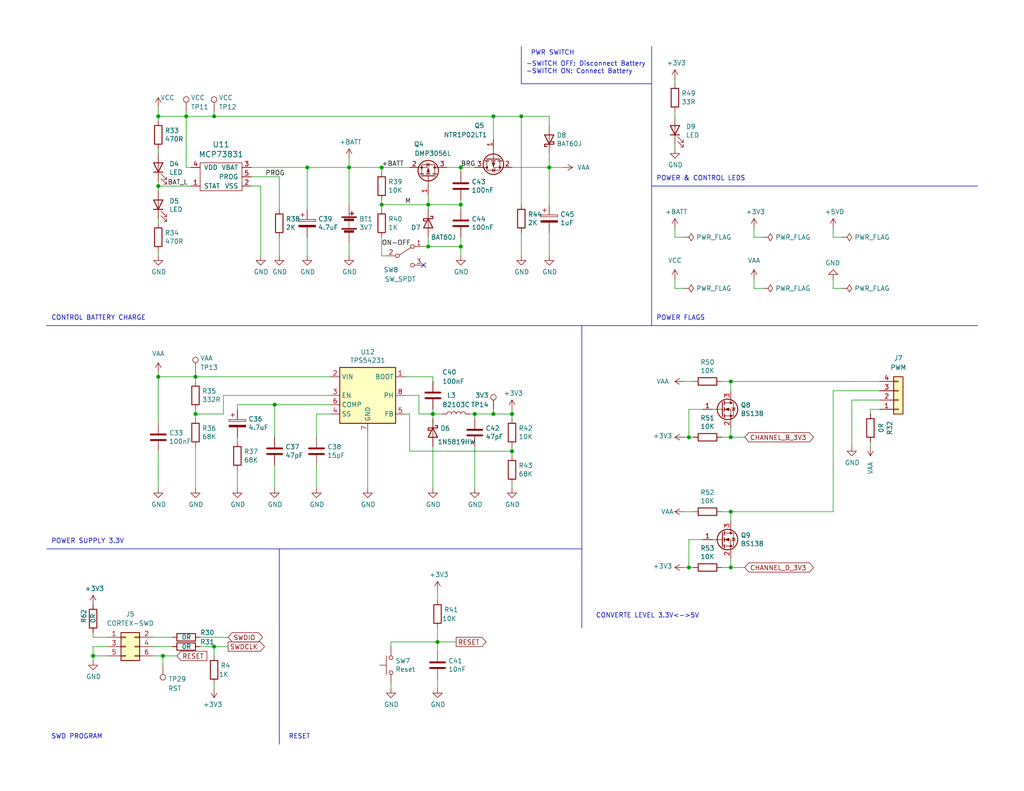
<source format=kicad_sch>
(kicad_sch (version 20231120) (generator "eeschema") (generator_version "8.0")
  (paper "USLetter")
  (title_block (title "Game//Cat") (date "2022-05-29") (rev "R4"))
  (lib_symbols
    (symbol "Connector:TestPoint" (pin_numbers hide) (pin_names (offset 0.762) hide)
      (property "Reference" "TP" (at 0 6.858 0))
      (property "Value" "TestPoint" (at 0 5.08 0))
      (symbol "TestPoint_0_1"
        (circle (center 0 3.302) (radius 0.762))
      )
      (symbol "TestPoint_1_1"
        (pin passive line (at 0 0 90) (length 2.54) (name "1") (number "1"))
      )
    )
    (symbol "Connector_Generic:Conn_01x04" (pin_names (offset 1.016) hide)
      (property "Reference" "J" (at 0 5.08 0))
      (property "Value" "Conn_01x04" (at 0 -7.62 0))
      (symbol "Conn_01x04_1_1"
        (rectangle (start -1.27 -4.953) (end 0 -5.207) (stroke (width 0.1524)))
        (rectangle (start -1.27 -2.413) (end 0 -2.667) (stroke (width 0.1524)))
        (rectangle (start -1.27 0.127) (end 0 -0.127) (stroke (width 0.1524)))
        (rectangle (start -1.27 2.667) (end 0 2.413) (stroke (width 0.1524)))
        (rectangle (start -1.27 3.81) (end 1.27 -6.35) (stroke (width 0.254)) (fill (type background)))
        (pin passive line (at -5.08 2.54 0) (length 3.81) (name "Pin_1") (number "1"))
        (pin passive line (at -5.08 0 0) (length 3.81) (name "Pin_2") (number "2"))
        (pin passive line (at -5.08 -2.54 0) (length 3.81) (name "Pin_3") (number "3"))
        (pin passive line (at -5.08 -5.08 0) (length 3.81) (name "Pin_4") (number "4"))
      )
    )
    (symbol "Connector_Generic:Conn_02x03_Odd_Even" (pin_names (offset 1.016) hide)
      (property "Reference" "J" (at 1.27 5.08 0))
      (property "Value" "Conn_02x03_Odd_Even" (at 1.27 -5.08 0))
      (symbol "Conn_02x03_Odd_Even_1_1"
        (rectangle (start -1.27 -2.413) (end 0 -2.667) (stroke (width 0.1524)))
        (rectangle (start -1.27 0.127) (end 0 -0.127) (stroke (width 0.1524)))
        (rectangle (start -1.27 2.667) (end 0 2.413) (stroke (width 0.1524)))
        (rectangle (start -1.27 3.81) (end 3.81 -3.81) (stroke (width 0.254)) (fill (type background)))
        (rectangle (start 3.81 -2.413) (end 2.54 -2.667) (stroke (width 0.1524)))
        (rectangle (start 3.81 0.127) (end 2.54 -0.127) (stroke (width 0.1524)))
        (rectangle (start 3.81 2.667) (end 2.54 2.413) (stroke (width 0.1524)))
        (pin passive line (at -5.08 2.54 0) (length 3.81) (name "Pin_1") (number "1"))
        (pin passive line (at 7.62 2.54 180) (length 3.81) (name "Pin_2") (number "2"))
        (pin passive line (at -5.08 0 0) (length 3.81) (name "Pin_3") (number "3"))
        (pin passive line (at 7.62 0 180) (length 3.81) (name "Pin_4") (number "4"))
        (pin passive line (at -5.08 -2.54 0) (length 3.81) (name "Pin_5") (number "5"))
        (pin passive line (at 7.62 -2.54 180) (length 3.81) (name "Pin_6") (number "6"))
      )
    )
    (symbol "Device:Battery" (pin_numbers hide) (pin_names (offset 0) hide)
      (property "Reference" "BT" (at 2.54 2.54 0))
      (property "Value" "Battery" (at 2.54 0 0))
      (symbol "Battery_0_1"
        (rectangle (start -2.032 -1.397) (end 2.032 -1.651) (fill (type outline)))
        (rectangle (start -2.032 1.778) (end 2.032 1.524) (fill (type outline)))
        (rectangle (start -1.3208 -1.9812) (end 1.27 -2.4892) (fill (type outline)))
        (rectangle (start -1.3208 1.1938) (end 1.27 0.6858) (fill (type outline)))
        (polyline (pts (xy 0 -1.524) (xy 0 -1.27)))
        (polyline (pts (xy 0 -1.016) (xy 0 -0.762)))
        (polyline (pts (xy 0 -0.508) (xy 0 -0.254)))
        (polyline (pts (xy 0 0) (xy 0 0.254)))
        (polyline (pts (xy 0 0.508) (xy 0 0.762)))
        (polyline (pts (xy 0 1.778) (xy 0 2.54)))
        (polyline (pts (xy 0.254 2.667) (xy 1.27 2.667)) (stroke (width 0.254)))
        (polyline (pts (xy 0.762 3.175) (xy 0.762 2.159)) (stroke (width 0.254)))
      )
      (symbol "Battery_1_1"
        (pin passive line (at 0 5.08 270) (length 2.54) (name "+") (number "1"))
        (pin passive line (at 0 -5.08 90) (length 2.54) (name "-") (number "2"))
      )
    )
    (symbol "Device:C" (pin_numbers hide) (pin_names (offset 0.254))
      (property "Reference" "C" (at 0.635 2.54 0))
      (property "Value" "C" (at 0.635 -2.54 0))
      (symbol "C_0_1"
        (polyline (pts (xy -2.032 -0.762) (xy 2.032 -0.762)) (stroke (width 0.508)))
        (polyline (pts (xy -2.032 0.762) (xy 2.032 0.762)) (stroke (width 0.508)))
      )
      (symbol "C_1_1"
        (pin passive line (at 0 3.81 270) (length 2.794) (name "~") (number "1"))
        (pin passive line (at 0 -3.81 90) (length 2.794) (name "~") (number "2"))
      )
    )
    (symbol "Device:CP" (pin_numbers hide) (pin_names (offset 0.254))
      (property "Reference" "C" (at 0.635 2.54 0))
      (property "Value" "Device_CP" (at 0.635 -2.54 0))
      (symbol "CP_0_1"
        (rectangle (start -2.286 0.508) (end 2.286 1.016))
        (polyline (pts (xy -1.778 2.286) (xy -0.762 2.286)))
        (polyline (pts (xy -1.27 2.794) (xy -1.27 1.778)))
        (rectangle (start 2.286 -0.508) (end -2.286 -1.016) (fill (type outline)))
      )
      (symbol "CP_1_1"
        (pin passive line (at 0 3.81 270) (length 2.794) (name "~") (number "1"))
        (pin passive line (at 0 -3.81 90) (length 2.794) (name "~") (number "2"))
      )
    )
    (symbol "Device:D_Schottky" (pin_numbers hide) (pin_names (offset 1.016) hide)
      (property "Reference" "D" (at 0 2.54 0))
      (property "Value" "D_Schottky" (at 0 -2.54 0))
      (symbol "D_Schottky_0_1"
        (polyline (pts (xy 1.27 0) (xy -1.27 0)))
        (polyline (pts (xy 1.27 1.27) (xy 1.27 -1.27) (xy -1.27 0) (xy 1.27 1.27)) (stroke (width 0.254)))
        (polyline (pts (xy -1.905 0.635) (xy -1.905 1.27) (xy -1.27 1.27) (xy -1.27 -1.27) (xy -0.635 -1.27) (xy -0.635 -0.635)) (stroke (width 0.254)))
      )
      (symbol "D_Schottky_1_1"
        (pin passive line (at -3.81 0 0) (length 2.54) (name "K") (number "1"))
        (pin passive line (at 3.81 0 180) (length 2.54) (name "A") (number "2"))
      )
    )
    (symbol "Device:L" (pin_numbers hide) (pin_names (offset 1.016) hide)
      (property "Reference" "L" (at -1.27 0 90))
      (property "Value" "L" (at 1.905 0 90))
      (symbol "L_0_1"
        (arc (start 0 -2.54) (mid 0.6323 -1.905) (end 0 -1.27))
        (arc (start 0 -1.27) (mid 0.6323 -0.635) (end 0 0))
        (arc (start 0 0) (mid 0.6323 0.635) (end 0 1.27))
        (arc (start 0 1.27) (mid 0.6323 1.905) (end 0 2.54))
      )
      (symbol "L_1_1"
        (pin passive line (at 0 3.81 270) (length 1.27) (name "1") (number "1"))
        (pin passive line (at 0 -3.81 90) (length 1.27) (name "2") (number "2"))
      )
    )
    (symbol "Device:LED" (pin_numbers hide) (pin_names (offset 1.016) hide)
      (property "Reference" "D" (at 0 2.54 0))
      (property "Value" "LED" (at 0 -2.54 0))
      (symbol "LED_0_1"
        (polyline (pts (xy -1.27 -1.27) (xy -1.27 1.27)) (stroke (width 0.254)))
        (polyline (pts (xy -1.27 0) (xy 1.27 0)))
        (polyline (pts (xy 1.27 -1.27) (xy 1.27 1.27) (xy -1.27 0) (xy 1.27 -1.27)) (stroke (width 0.254)))
        (polyline (pts (xy -3.048 -0.762) (xy -4.572 -2.286) (xy -3.81 -2.286) (xy -4.572 -2.286) (xy -4.572 -1.524)))
        (polyline (pts (xy -1.778 -0.762) (xy -3.302 -2.286) (xy -2.54 -2.286) (xy -3.302 -2.286) (xy -3.302 -1.524)))
      )
      (symbol "LED_1_1"
        (pin passive line (at -3.81 0 0) (length 2.54) (name "K") (number "1"))
        (pin passive line (at 3.81 0 180) (length 2.54) (name "A") (number "2"))
      )
    )
    (symbol "Device:Q_NMOS_GSD" (pin_names (offset 0) hide)
      (property "Reference" "Q" (at 5.08 1.27 0))
      (property "Value" "Q_NMOS_GSD" (at 5.08 -1.27 0))
      (symbol "Q_NMOS_GSD_0_1"
        (polyline (pts (xy 0.254 0) (xy -2.54 0)))
        (polyline (pts (xy 0.254 1.905) (xy 0.254 -1.905)) (stroke (width 0.254)))
        (polyline (pts (xy 0.762 -1.27) (xy 0.762 -2.286)) (stroke (width 0.254)))
        (polyline (pts (xy 0.762 0.508) (xy 0.762 -0.508)) (stroke (width 0.254)))
        (polyline (pts (xy 0.762 2.286) (xy 0.762 1.27)) (stroke (width 0.254)))
        (polyline (pts (xy 2.54 2.54) (xy 2.54 1.778)))
        (polyline (pts (xy 2.54 -2.54) (xy 2.54 0) (xy 0.762 0)))
        (polyline (pts (xy 0.762 -1.778) (xy 3.302 -1.778) (xy 3.302 1.778) (xy 0.762 1.778)))
        (polyline (pts (xy 1.016 0) (xy 2.032 0.381) (xy 2.032 -0.381) (xy 1.016 0)) (fill (type outline)))
        (polyline (pts (xy 2.794 0.508) (xy 2.921 0.381) (xy 3.683 0.381) (xy 3.81 0.254)))
        (polyline (pts (xy 3.302 0.381) (xy 2.921 -0.254) (xy 3.683 -0.254) (xy 3.302 0.381)))
        (circle (center 1.651 0) (radius 2.794) (stroke (width 0.254)))
        (circle (center 2.54 -1.778) (radius 0.254) (fill (type outline)))
        (circle (center 2.54 1.778) (radius 0.254) (fill (type outline)))
      )
      (symbol "Q_NMOS_GSD_1_1"
        (pin input line (at -5.08 0 0) (length 2.54) (name "G") (number "1"))
        (pin passive line (at 2.54 -5.08 90) (length 2.54) (name "S") (number "2"))
        (pin passive line (at 2.54 5.08 270) (length 2.54) (name "D") (number "3"))
      )
    )
    (symbol "Device:Q_PMOS_GSD" (pin_names (offset 0) hide)
      (property "Reference" "Q" (at 5.08 1.27 0))
      (property "Value" "Q_PMOS_GSD" (at 5.08 -1.27 0))
      (symbol "Q_PMOS_GSD_0_1"
        (polyline (pts (xy 0.254 0) (xy -2.54 0)))
        (polyline (pts (xy 0.254 1.905) (xy 0.254 -1.905)) (stroke (width 0.254)))
        (polyline (pts (xy 0.762 -1.27) (xy 0.762 -2.286)) (stroke (width 0.254)))
        (polyline (pts (xy 0.762 0.508) (xy 0.762 -0.508)) (stroke (width 0.254)))
        (polyline (pts (xy 0.762 2.286) (xy 0.762 1.27)) (stroke (width 0.254)))
        (polyline (pts (xy 2.54 2.54) (xy 2.54 1.778)))
        (polyline (pts (xy 2.54 -2.54) (xy 2.54 0) (xy 0.762 0)))
        (polyline (pts (xy 0.762 1.778) (xy 3.302 1.778) (xy 3.302 -1.778) (xy 0.762 -1.778)))
        (polyline (pts (xy 2.286 0) (xy 1.27 0.381) (xy 1.27 -0.381) (xy 2.286 0)) (fill (type outline)))
        (polyline (pts (xy 2.794 -0.508) (xy 2.921 -0.381) (xy 3.683 -0.381) (xy 3.81 -0.254)))
        (polyline (pts (xy 3.302 -0.381) (xy 2.921 0.254) (xy 3.683 0.254) (xy 3.302 -0.381)))
        (circle (center 1.651 0) (radius 2.794) (stroke (width 0.254)))
        (circle (center 2.54 -1.778) (radius 0.254) (fill (type outline)))
        (circle (center 2.54 1.778) (radius 0.254) (fill (type outline)))
      )
      (symbol "Q_PMOS_GSD_1_1"
        (pin input line (at -5.08 0 0) (length 2.54) (name "G") (number "1"))
        (pin passive line (at 2.54 -5.08 90) (length 2.54) (name "S") (number "2"))
        (pin passive line (at 2.54 5.08 270) (length 2.54) (name "D") (number "3"))
      )
    )
    (symbol "Device:R" (pin_numbers hide) (pin_names (offset 0))
      (property "Reference" "R" (at 2.032 0 90))
      (property "Value" "R" (at 0 0 90))
      (symbol "R_0_1"
        (rectangle (start -1.016 -2.54) (end 1.016 2.54) (stroke (width 0.254)))
      )
      (symbol "R_1_1"
        (pin passive line (at 0 3.81 270) (length 1.27) (name "~") (number "1"))
        (pin passive line (at 0 -3.81 90) (length 1.27) (name "~") (number "2"))
      )
    )
    (symbol "Game_Cat_R4-rescue:MCP73831-x_analog" (pin_names (offset 1.016))
      (property "Reference" "U" (at -4.064 6.858 0))
      (property "Value" "MCP73831-x_analog" (at 0.508 4.826 0))
      (symbol "MCP73831-x_analog_0_1"
        (rectangle (start -5.08 3.81) (end 6.35 -3.81))
      )
      (symbol "MCP73831-x_analog_1_1"
        (pin input line (at -7.62 -2.54 0) (length 2.54) (name "STAT") (number "1"))
        (pin input line (at 8.89 -2.54 180) (length 2.54) (name "VSS") (number "2"))
        (pin input line (at 8.89 2.54 180) (length 2.54) (name "VBAT") (number "3"))
        (pin input line (at -7.62 2.54 0) (length 2.54) (name "VDD") (number "4"))
        (pin input line (at 8.89 0 180) (length 2.54) (name "PROG") (number "5"))
      )
    )
    (symbol "Regulator_Switching:TPS54233"
      (property "Reference" "U" (at 0 11.43 0))
      (property "Value" "TPS54233" (at 0 8.89 0))
      (symbol "TPS54233_1_1"
        (rectangle (start -7.62 7.62) (end 7.62 -7.62) (stroke (width 0.254)) (fill (type background)))
        (pin input line (at 10.16 5.08 180) (length 2.54) (name "BOOT") (number "1"))
        (pin power_in line (at -10.16 5.08 0) (length 2.54) (name "VIN") (number "2"))
        (pin input line (at -10.16 0 0) (length 2.54) (name "EN") (number "3"))
        (pin input line (at -10.16 -5.08 0) (length 2.54) (name "SS") (number "4"))
        (pin input line (at 10.16 -5.08 180) (length 2.54) (name "FB") (number "5"))
        (pin passive line (at -10.16 -2.54 0) (length 2.54) (name "COMP") (number "6"))
        (pin power_in line (at 0 -10.16 90) (length 2.54) (name "GND") (number "7"))
        (pin output line (at 10.16 0 180) (length 2.54) (name "PH") (number "8"))
      )
    )
    (symbol "Switch:SW_Push" (pin_numbers hide) (pin_names (offset 1.016) hide)
      (property "Reference" "SW" (at 1.27 2.54 0))
      (property "Value" "SW_Push" (at 0 -1.524 0))
      (symbol "SW_Push_0_1"
        (circle (center -2.032 0) (radius 0.508))
        (polyline (pts (xy 0 1.27) (xy 0 3.048)))
        (polyline (pts (xy 2.54 1.27) (xy -2.54 1.27)))
        (circle (center 2.032 0) (radius 0.508))
        (pin passive line (at -5.08 0 0) (length 2.54) (name "1") (number "1"))
        (pin passive line (at 5.08 0 180) (length 2.54) (name "2") (number "2"))
      )
    )
    (symbol "Switch:SW_SPDT" (pin_names (offset 0) hide)
      (property "Reference" "SW" (at 0 4.318 0))
      (property "Value" "SW_SPDT" (at 0 -5.08 0))
      (symbol "SW_SPDT_0_0"
        (circle (center -2.032 0) (radius 0.508))
        (circle (center 2.032 -2.54) (radius 0.508))
      )
      (symbol "SW_SPDT_0_1"
        (polyline (pts (xy -1.524 0.254) (xy 1.651 2.286)))
        (circle (center 2.032 2.54) (radius 0.508))
      )
      (symbol "SW_SPDT_1_1"
        (pin passive line (at 5.08 2.54 180) (length 2.54) (name "A") (number "1"))
        (pin passive line (at -5.08 0 0) (length 2.54) (name "B") (number "2"))
        (pin passive line (at 5.08 -2.54 180) (length 2.54) (name "C") (number "3"))
      )
    )
    (symbol "power:+3.3V" (power) (pin_names (offset 0))
      (property "Value" "+3.3V" (at 0 3.556 0))
      (symbol "+3.3V_0_1"
        (polyline (pts (xy -0.762 1.27) (xy 0 2.54)))
        (polyline (pts (xy 0 0) (xy 0 2.54)))
        (polyline (pts (xy 0 2.54) (xy 0.762 1.27)))
      )
      (symbol "+3.3V_1_1"
        (pin power_in line (at 0 0 90) (length 0) hide (name "+3V3") (number "1"))
      )
    )
    (symbol "power:+5VD" (power) (pin_names (offset 0))
      (property "Value" "+5VD" (at 0 3.556 0))
      (symbol "+5VD_0_1"
        (polyline (pts (xy -0.762 1.27) (xy 0 2.54)))
        (polyline (pts (xy 0 0) (xy 0 2.54)))
        (polyline (pts (xy 0 2.54) (xy 0.762 1.27)))
      )
      (symbol "+5VD_1_1"
        (pin power_in line (at 0 0 90) (length 0) hide (name "+5VD") (number "1"))
      )
    )
    (symbol "power:+BATT" (power) (pin_names (offset 0))
      (property "Value" "+BATT" (at 0 3.556 0))
      (symbol "+BATT_0_1"
        (polyline (pts (xy -0.762 1.27) (xy 0 2.54)))
        (polyline (pts (xy 0 0) (xy 0 2.54)))
        (polyline (pts (xy 0 2.54) (xy 0.762 1.27)))
      )
      (symbol "+BATT_1_1"
        (pin power_in line (at 0 0 90) (length 0) hide (name "+BATT") (number "1"))
      )
    )
    (symbol "power:GND" (power) (pin_names (offset 0))
      (property "Value" "GND" (at 0 -3.81 0))
      (symbol "GND_0_1"
        (polyline (pts (xy 0 0) (xy 0 -1.27) (xy 1.27 -1.27) (xy 0 -2.54) (xy -1.27 -1.27) (xy 0 -1.27)))
      )
      (symbol "GND_1_1"
        (pin power_in line (at 0 0 270) (length 0) hide (name "GND") (number "1"))
      )
    )
    (symbol "power:PWR_FLAG" (power) (pin_numbers hide) (pin_names (offset 0) hide)
      (property "Value" "PWR_FLAG" (at 0 3.81 0))
      (symbol "PWR_FLAG_0_0"
        (pin power_out line (at 0 0 90) (length 0) (name "pwr") (number "1"))
      )
      (symbol "PWR_FLAG_0_1"
        (polyline (pts (xy 0 0) (xy 0 1.27) (xy -1.016 1.905) (xy 0 2.54) (xy 1.016 1.905) (xy 0 1.27)))
      )
    )
    (symbol "power:VAA" (power) (pin_names (offset 0))
      (property "Value" "VAA" (at 0 3.81 0))
      (symbol "VAA_0_1"
        (polyline (pts (xy -0.762 1.27) (xy 0 2.54)))
        (polyline (pts (xy 0 0) (xy 0 2.54)))
        (polyline (pts (xy 0 2.54) (xy 0.762 1.27)))
      )
      (symbol "VAA_1_1"
        (pin power_in line (at 0 0 90) (length 0) hide (name "VAA") (number "1"))
      )
    )
    (symbol "power:VCC" (power) (pin_names (offset 0))
      (property "Value" "VCC" (at 0 3.81 0))
      (symbol "VCC_0_1"
        (polyline (pts (xy -0.762 1.27) (xy 0 2.54)))
        (polyline (pts (xy 0 0) (xy 0 2.54)))
        (polyline (pts (xy 0 2.54) (xy 0.762 1.27)))
      )
      (symbol "VCC_1_1"
        (pin power_in line (at 0 0 90) (length 0) hide (name "VCC") (number "1"))
      )
    )
  )
  (junction (at 199.39 104.14))
  (junction (at 104.14 55.88))
  (junction (at 104.14 45.72))
  (junction (at 43.18 102.87))
  (junction (at 125.73 67.31))
  (junction (at 139.7 113.03))
  (junction (at 134.62 113.03))
  (junction (at 25.4 179.07))
  (junction (at 53.34 102.87))
  (junction (at 199.39 154.94))
  (junction (at 125.73 45.72))
  (junction (at 119.38 175.26))
  (junction (at 199.39 119.38))
  (junction (at 58.42 176.53))
  (junction (at 142.24 31.75))
  (junction (at 149.86 45.72))
  (junction (at 134.62 31.75))
  (junction (at 139.7 123.19))
  (junction (at 58.42 31.75))
  (junction (at 53.34 113.03))
  (junction (at 43.18 50.8))
  (junction (at 125.73 55.88))
  (junction (at 129.54 113.03))
  (junction (at 43.18 31.75))
  (junction (at 116.84 67.31))
  (junction (at 199.39 139.7))
  (junction (at 50.8 31.75))
  (junction (at 187.96 119.38))
  (junction (at 118.11 113.03))
  (junction (at 116.84 55.88))
  (junction (at 44.45 179.07))
  (junction (at 83.82 45.72))
  (junction (at 74.93 110.49))
  (junction (at 95.25 45.72))
  (junction (at 187.96 154.94))
  (no_connect (at 115.57 72.39))
  (polyline (pts (xy 177.8 88.9) (xy 177.8 12.7)))
  (wire (pts (xy 43.18 29.21) (xy 43.18 31.75)))
  (wire (pts (xy 111.76 123.19) (xy 111.76 113.03)))
  (wire (pts (xy 189.23 104.14) (xy 186.69 104.14)))
  (wire (pts (xy 237.49 111.76) (xy 237.49 113.03)))
  (wire (pts (xy 119.38 161.29) (xy 119.38 163.83)))
  (wire (pts (xy 184.15 62.23) (xy 184.15 64.77)))
  (wire (pts (xy 76.2 64.77) (xy 76.2 69.85)))
  (wire (pts (xy 44.45 179.07) (xy 48.26 179.07)))
  (wire (pts (xy 58.42 31.75) (xy 50.8 31.75)))
  (wire (pts (xy 227.33 106.68) (xy 240.03 106.68)))
  (wire (pts (xy 129.54 113.03) (xy 129.54 114.3)))
  (wire (pts (xy 95.25 55.88) (xy 95.25 45.72)))
  (wire (pts (xy 104.14 55.88) (xy 104.14 57.15)))
  (wire (pts (xy 104.14 46.99) (xy 104.14 45.72)))
  (wire (pts (xy 110.49 102.87) (xy 118.11 102.87)))
  (wire (pts (xy 50.8 45.72) (xy 50.8 31.75)))
  (wire (pts (xy 203.2 119.38) (xy 199.39 119.38)))
  (wire (pts (xy 106.68 175.26) (xy 119.38 175.26)))
  (wire (pts (xy 43.18 59.69) (xy 43.18 60.96)))
  (wire (pts (xy 149.86 31.75) (xy 142.24 31.75)))
  (wire (pts (xy 205.74 78.74) (xy 208.28 78.74)))
  (wire (pts (xy 90.17 110.49) (xy 74.93 110.49)))
  (wire (pts (xy 184.15 30.48) (xy 184.15 31.75)))
  (wire (pts (xy 184.15 39.37) (xy 184.15 40.64)))
  (wire (pts (xy 199.39 152.4) (xy 199.39 154.94)))
  (wire (pts (xy 83.82 64.77) (xy 83.82 69.85)))
  (wire (pts (xy 25.4 179.07) (xy 25.4 180.34)))
  (wire (pts (xy 76.2 48.26) (xy 76.2 57.15)))
  (wire (pts (xy 116.84 64.77) (xy 116.84 67.31)))
  (wire (pts (xy 184.15 64.77) (xy 186.69 64.77)))
  (wire (pts (xy 189.23 139.7) (xy 186.69 139.7)))
  (wire (pts (xy 119.38 185.42) (xy 119.38 187.96)))
  (wire (pts (xy 68.58 45.72) (xy 83.82 45.72)))
  (wire (pts (xy 52.07 45.72) (xy 50.8 45.72)))
  (wire (pts (xy 134.62 111.76) (xy 134.62 113.03)))
  (wire (pts (xy 129.54 121.92) (xy 129.54 133.35)))
  (wire (pts (xy 53.34 102.87) (xy 53.34 104.14)))
  (wire (pts (xy 110.49 107.95) (xy 114.3 107.95)))
  (wire (pts (xy 203.2 154.94) (xy 199.39 154.94)))
  (wire (pts (xy 58.42 30.48) (xy 58.42 31.75)))
  (wire (pts (xy 74.93 119.38) (xy 74.93 110.49)))
  (wire (pts (xy 149.86 45.72) (xy 149.86 55.88)))
  (wire (pts (xy 199.39 154.94) (xy 196.85 154.94)))
  (wire (pts (xy 52.07 50.8) (xy 43.18 50.8)))
  (wire (pts (xy 54.61 173.99) (xy 62.23 173.99)))
  (wire (pts (xy 139.7 132.08) (xy 139.7 133.35)))
  (polyline (pts (xy 158.75 171.45) (xy 158.75 88.9)))
  (wire (pts (xy 53.34 111.76) (xy 53.34 113.03)))
  (wire (pts (xy 104.14 54.61) (xy 104.14 55.88)))
  (wire (pts (xy 43.18 50.8) (xy 43.18 52.07)))
  (wire (pts (xy 68.58 48.26) (xy 76.2 48.26)))
  (wire (pts (xy 227.33 78.74) (xy 229.87 78.74)))
  (wire (pts (xy 128.27 113.03) (xy 129.54 113.03)))
  (wire (pts (xy 121.92 45.72) (xy 125.73 45.72)))
  (wire (pts (xy 100.33 118.11) (xy 100.33 133.35)))
  (wire (pts (xy 191.77 111.76) (xy 187.96 111.76)))
  (wire (pts (xy 191.77 147.32) (xy 187.96 147.32)))
  (wire (pts (xy 95.25 66.04) (xy 95.25 69.85)))
  (wire (pts (xy 227.33 62.23) (xy 227.33 64.77)))
  (wire (pts (xy 118.11 121.92) (xy 118.11 133.35)))
  (wire (pts (xy 58.42 179.07) (xy 58.42 176.53)))
  (wire (pts (xy 199.39 142.24) (xy 199.39 139.7)))
  (wire (pts (xy 199.39 139.7) (xy 227.33 139.7)))
  (wire (pts (xy 83.82 45.72) (xy 83.82 57.15)))
  (wire (pts (xy 205.74 62.23) (xy 205.74 64.77)))
  (wire (pts (xy 199.39 106.68) (xy 199.39 104.14)))
  (wire (pts (xy 232.41 109.22) (xy 232.41 121.92)))
  (wire (pts (xy 43.18 41.91) (xy 43.18 40.64)))
  (wire (pts (xy 95.25 43.18) (xy 95.25 45.72)))
  (wire (pts (xy 184.15 21.59) (xy 184.15 22.86)))
  (wire (pts (xy 46.99 176.53) (xy 41.91 176.53)))
  (wire (pts (xy 120.65 113.03) (xy 118.11 113.03)))
  (wire (pts (xy 187.96 154.94) (xy 186.69 154.94)))
  (wire (pts (xy 149.86 41.91) (xy 149.86 45.72)))
  (wire (pts (xy 71.12 50.8) (xy 71.12 69.85)))
  (wire (pts (xy 187.96 119.38) (xy 186.69 119.38)))
  (wire (pts (xy 68.58 50.8) (xy 71.12 50.8)))
  (wire (pts (xy 149.86 63.5) (xy 149.86 69.85)))
  (wire (pts (xy 196.85 139.7) (xy 199.39 139.7)))
  (wire (pts (xy 139.7 123.19) (xy 139.7 124.46)))
  (wire (pts (xy 53.34 101.6) (xy 53.34 102.87)))
  (wire (pts (xy 90.17 113.03) (xy 86.36 113.03)))
  (wire (pts (xy 54.61 176.53) (xy 58.42 176.53)))
  (wire (pts (xy 125.73 57.15) (xy 125.73 55.88)))
  (wire (pts (xy 106.68 187.96) (xy 106.68 186.69)))
  (wire (pts (xy 116.84 55.88) (xy 125.73 55.88)))
  (wire (pts (xy 187.96 111.76) (xy 187.96 119.38)))
  (wire (pts (xy 44.45 179.07) (xy 44.45 181.61)))
  (wire (pts (xy 74.93 110.49) (xy 64.77 110.49)))
  (wire (pts (xy 53.34 121.92) (xy 53.34 133.35)))
  (wire (pts (xy 124.46 175.26) (xy 119.38 175.26)))
  (wire (pts (xy 119.38 171.45) (xy 119.38 175.26)))
  (polyline (pts (xy 76.2 149.86) (xy 76.2 203.2)))
  (wire (pts (xy 227.33 139.7) (xy 227.33 106.68)))
  (wire (pts (xy 104.14 69.85) (xy 105.41 69.85)))
  (wire (pts (xy 43.18 68.58) (xy 43.18 69.85)))
  (wire (pts (xy 53.34 102.87) (xy 43.18 102.87)))
  (wire (pts (xy 129.54 45.72) (xy 125.73 45.72)))
  (wire (pts (xy 95.25 45.72) (xy 83.82 45.72)))
  (wire (pts (xy 111.76 45.72) (xy 104.14 45.72)))
  (wire (pts (xy 64.77 128.27) (xy 64.77 133.35)))
  (wire (pts (xy 116.84 57.15) (xy 116.84 55.88)))
  (wire (pts (xy 90.17 102.87) (xy 53.34 102.87)))
  (wire (pts (xy 25.4 173.99) (xy 29.21 173.99)))
  (wire (pts (xy 149.86 34.29) (xy 149.86 31.75)))
  (wire (pts (xy 114.3 107.95) (xy 114.3 113.03)))
  (wire (pts (xy 139.7 113.03) (xy 134.62 113.03)))
  (wire (pts (xy 227.33 64.77) (xy 229.87 64.77)))
  (wire (pts (xy 116.84 55.88) (xy 104.14 55.88)))
  (wire (pts (xy 199.39 104.14) (xy 240.03 104.14)))
  (wire (pts (xy 43.18 33.02) (xy 43.18 31.75)))
  (wire (pts (xy 58.42 186.69) (xy 58.42 187.96)))
  (wire (pts (xy 189.23 154.94) (xy 187.96 154.94)))
  (wire (pts (xy 139.7 123.19) (xy 111.76 123.19)))
  (wire (pts (xy 60.96 113.03) (xy 53.34 113.03)))
  (wire (pts (xy 142.24 31.75) (xy 134.62 31.75)))
  (wire (pts (xy 118.11 113.03) (xy 118.11 114.3)))
  (wire (pts (xy 64.77 120.65) (xy 64.77 119.38)))
  (wire (pts (xy 60.96 107.95) (xy 60.96 113.03)))
  (wire (pts (xy 46.99 173.99) (xy 41.91 173.99)))
  (wire (pts (xy 125.73 45.72) (xy 125.73 46.99)))
  (wire (pts (xy 25.4 172.72) (xy 25.4 173.99)))
  (wire (pts (xy 125.73 55.88) (xy 125.73 54.61)))
  (wire (pts (xy 86.36 113.03) (xy 86.36 119.38)))
  (wire (pts (xy 227.33 76.2) (xy 227.33 78.74)))
  (wire (pts (xy 58.42 176.53) (xy 62.23 176.53)))
  (polyline (pts (xy 12.7 149.86) (xy 158.75 149.86)))
  (wire (pts (xy 64.77 110.49) (xy 64.77 111.76)))
  (wire (pts (xy 50.8 30.48) (xy 50.8 31.75)))
  (wire (pts (xy 205.74 64.77) (xy 208.28 64.77)))
  (wire (pts (xy 104.14 64.77) (xy 104.14 69.85)))
  (wire (pts (xy 139.7 111.76) (xy 139.7 113.03)))
  (wire (pts (xy 184.15 76.2) (xy 184.15 78.74)))
  (wire (pts (xy 237.49 120.65) (xy 237.49 121.92)))
  (wire (pts (xy 25.4 179.07) (xy 29.21 179.07)))
  (wire (pts (xy 184.15 78.74) (xy 186.69 78.74)))
  (wire (pts (xy 41.91 179.07) (xy 44.45 179.07)))
  (wire (pts (xy 118.11 111.76) (xy 118.11 113.03)))
  (wire (pts (xy 74.93 127) (xy 74.93 133.35)))
  (wire (pts (xy 104.14 45.72) (xy 95.25 45.72)))
  (wire (pts (xy 116.84 67.31) (xy 125.73 67.31)))
  (wire (pts (xy 106.68 175.26) (xy 106.68 176.53)))
  (wire (pts (xy 134.62 38.1) (xy 134.62 31.75)))
  (wire (pts (xy 240.03 111.76) (xy 237.49 111.76)))
  (wire (pts (xy 43.18 123.19) (xy 43.18 133.35)))
  (wire (pts (xy 118.11 102.87) (xy 118.11 104.14)))
  (wire (pts (xy 153.67 45.72) (xy 149.86 45.72)))
  (wire (pts (xy 196.85 104.14) (xy 199.39 104.14)))
  (wire (pts (xy 199.39 116.84) (xy 199.39 119.38)))
  (wire (pts (xy 86.36 127) (xy 86.36 133.35)))
  (wire (pts (xy 25.4 176.53) (xy 25.4 179.07)))
  (wire (pts (xy 43.18 115.57) (xy 43.18 102.87)))
  (wire (pts (xy 142.24 31.75) (xy 142.24 55.88)))
  (polyline (pts (xy 177.8 50.8) (xy 266.7 50.8)))
  (wire (pts (xy 125.73 64.77) (xy 125.73 67.31)))
  (wire (pts (xy 139.7 45.72) (xy 149.86 45.72)))
  (wire (pts (xy 29.21 176.53) (xy 25.4 176.53)))
  (wire (pts (xy 134.62 113.03) (xy 129.54 113.03)))
  (wire (pts (xy 43.18 101.6) (xy 43.18 102.87)))
  (wire (pts (xy 205.74 76.2) (xy 205.74 78.74)))
  (wire (pts (xy 116.84 67.31) (xy 115.57 67.31)))
  (wire (pts (xy 139.7 121.92) (xy 139.7 123.19)))
  (wire (pts (xy 116.84 53.34) (xy 116.84 55.88)))
  (wire (pts (xy 43.18 49.53) (xy 43.18 50.8)))
  (wire (pts (xy 134.62 31.75) (xy 58.42 31.75)))
  (wire (pts (xy 189.23 119.38) (xy 187.96 119.38)))
  (wire (pts (xy 114.3 113.03) (xy 118.11 113.03)))
  (wire (pts (xy 119.38 177.8) (xy 119.38 175.26)))
  (wire (pts (xy 232.41 109.22) (xy 240.03 109.22)))
  (polyline (pts (xy 12.7 88.9) (xy 266.7 88.9)))
  (polyline (pts (xy 142.24 12.7) (xy 142.24 22.86)))
  (wire (pts (xy 125.73 67.31) (xy 125.73 69.85)))
  (wire (pts (xy 50.8 31.75) (xy 43.18 31.75)))
  (wire (pts (xy 187.96 147.32) (xy 187.96 154.94)))
  (wire (pts (xy 53.34 113.03) (xy 53.34 114.3)))
  (wire (pts (xy 111.76 113.03) (xy 110.49 113.03)))
  (wire (pts (xy 142.24 63.5) (xy 142.24 69.85)))
  (polyline (pts (xy 142.24 22.86) (xy 177.8 22.86)))
  (wire (pts (xy 199.39 119.38) (xy 196.85 119.38)))
  (wire (pts (xy 139.7 114.3) (xy 139.7 113.03)))
  (wire (pts (xy 90.17 107.95) (xy 60.96 107.95)))
  (text "CONTROL BATTERY CHARGE" (at 13.97 87.63 0) (effects (font (size 1.27 1.27)) (justify left bottom)))
  (text "PWR SWITCH" (at 144.78 15.24 0) (effects (font (size 1.27 1.27)) (justify left bottom)))
  (text "POWER SUPPLY 3.3V" (at 13.97 148.59 0) (effects (font (size 1.27 1.27)) (justify left bottom)))
  (text "CONVERTE LEVEL 3.3V<->5V" (at 162.56 168.91 0) (effects (font (size 1.27 1.27)) (justify left bottom)))
  (text "POWER FLAGS" (at 179.07 87.63 0) (effects (font (size 1.27 1.27)) (justify left bottom)))
  (text "-SWITCH OFF: Disconnect Battery\n-SWITCH ON: Connect Battery" (at 143.51 20.32 0) (effects (font (size 1.27 1.27)) (justify left bottom)))
  (text "POWER & CONTROL LEDS" (at 179.07 49.53 0) (effects (font (size 1.27 1.27)) (justify left bottom)))
  (text "RESET" (at 78.74 201.93 0) (effects (font (size 1.27 1.27)) (justify left bottom)))
  (text "SWD PROGRAM" (at 13.97 201.93 0) (effects (font (size 1.27 1.27)) (justify left bottom)))
  (label "BRG" (at 125.73 45.72 0))
  (label "M" (at 110.49 55.88 0))
  (label "ON-OFF" (at 104.14 67.31 0))
  (label "PROG" (at 72.39 48.26 0))
  (label "+BATT" (at 104.14 45.72 0))
  (label "BAT_L" (at 45.72 50.8 0))
  (global_label "SWDIO" (shape bidirectional) (at 62.23 173.99 0) (property "Intersheetrefs" "${INTERSHEET_REFS}" (effects (hide yes))))
  (global_label "RESET" (shape output) (at 124.46 175.26 0) (property "Intersheetrefs" "${INTERSHEET_REFS}" (effects (hide yes))))
  (global_label "RESET" (shape input) (at 48.26 179.07 0) (property "Intersheetrefs" "${INTERSHEET_REFS}" (effects (hide yes))))
  (global_label "CHANNEL_D_3V3" (shape bidirectional) (at 203.2 154.94 0) (property "Intersheetrefs" "${INTERSHEET_REFS}" (effects (hide yes))))
  (global_label "CHANNEL_B_3V3" (shape bidirectional) (at 203.2 119.38 0) (property "Intersheetrefs" "${INTERSHEET_REFS}" (effects (hide yes))))
  (global_label "SWDCLK" (shape output) (at 62.23 176.53 0) (property "Intersheetrefs" "${INTERSHEET_REFS}" (effects (hide yes))))
  (symbol (lib_id "Device:R") (at 43.18 36.83 0) (unit 1)
    (property "Reference" "R33" (at 44.958 35.6616 0) (effects (justify left)))
    (property "Value" "470R" (at 44.958 37.973 0) (effects (justify left)))
    (property "Footprint" "Resistor_SMD:R_1206_3216Metric" (effects (hide yes)))
  )
  (symbol (lib_id "Device:LED") (at 43.18 45.72 90) (unit 1)
    (property "Reference" "D4" (at 46.1772 44.7294 90) (effects (justify right)))
    (property "Value" "LED" (at 46.1772 47.0408 90) (effects (justify right)))
    (property "Footprint" "LED_SMD:LED_0805_2012Metric_Castellated" (effects (hide yes)))
  )
  (symbol (lib_id "Device:LED") (at 43.18 55.88 90) (unit 1)
    (property "Reference" "D5" (at 46.1772 54.8894 90) (effects (justify right)))
    (property "Value" "LED" (at 46.1772 57.2008 90) (effects (justify right)))
    (property "Footprint" "LED_SMD:LED_0805_2012Metric_Castellated" (effects (hide yes)))
  )
  (symbol (lib_id "Device:R") (at 43.18 64.77 0) (unit 1)
    (property "Reference" "R34" (at 44.958 63.6016 0) (effects (justify left)))
    (property "Value" "470R" (at 44.958 65.913 0) (effects (justify left)))
    (property "Footprint" "Resistor_SMD:R_1206_3216Metric" (effects (hide yes)))
  )
  (symbol (lib_id "power:GND") (at 43.18 69.85 0) (unit 1)
    (property "Reference" "#PWR097" (effects (hide yes)))
    (property "Value" "GND" (at 43.307 74.2442 0))
  )
  (symbol (lib_id "power:+3.3V") (at 25.4 165.1 0) (unit 1)
    (property "Reference" "#PWR0100" (effects (hide yes)))
    (property "Value" "+3V3" (at 25.781 160.7058 0))
  )
  (symbol (lib_id "power:GND") (at 25.4 180.34 0) (unit 1)
    (property "Reference" "#PWR0101" (effects (hide yes)))
    (property "Value" "GND" (at 25.527 184.7342 0))
  )
  (symbol (lib_id "Device:R") (at 76.2 60.96 0) (unit 1)
    (property "Reference" "R38" (at 77.978 59.7916 0) (effects (justify left)))
    (property "Value" "2K" (at 77.978 62.103 0) (effects (justify left)))
    (property "Footprint" "Resistor_SMD:R_1206_3216Metric" (effects (hide yes)))
  )
  (symbol (lib_id "power:GND") (at 71.12 69.85 0) (unit 1)
    (property "Reference" "#PWR0103" (effects (hide yes)))
    (property "Value" "GND" (at 71.247 74.2442 0))
  )
  (symbol (lib_id "power:GND") (at 76.2 69.85 0) (unit 1)
    (property "Reference" "#PWR0104" (effects (hide yes)))
    (property "Value" "GND" (at 76.327 74.2442 0))
  )
  (symbol (lib_id "Device:CP") (at 83.82 60.96 0) (unit 1)
    (property "Reference" "C39" (at 86.8172 59.7916 0) (effects (justify left)))
    (property "Value" "4.7uF" (at 86.8172 62.103 0) (effects (justify left)))
    (property "Footprint" "Capacitor_Tantalum_SMD:CP_EIA-3216-18_Kemet-A" (effects (hide yes)))
  )
  (symbol (lib_id "power:GND") (at 83.82 69.85 0) (unit 1)
    (property "Reference" "#PWR0106" (effects (hide yes)))
    (property "Value" "GND" (at 83.947 74.2442 0))
  )
  (symbol (lib_id "Device:Battery") (at 95.25 60.96 0) (unit 1)
    (property "Reference" "BT1" (at 97.9932 59.7916 0) (effects (justify left)))
    (property "Value" "3V7" (at 97.9932 62.103 0) (effects (justify left)))
    (property "Footprint" "x_Connector_JST:Connector_1x02_P2.0mm" (effects (hide yes)))
  )
  (symbol (lib_id "Device:R") (at 104.14 50.8 0) (unit 1)
    (property "Reference" "R39" (at 105.918 49.6316 0) (effects (justify left)))
    (property "Value" "10K" (at 105.918 51.943 0) (effects (justify left)))
    (property "Footprint" "Resistor_SMD:R_1206_3216Metric" (effects (hide yes)))
  )
  (symbol (lib_id "Device:R") (at 104.14 60.96 0) (unit 1)
    (property "Reference" "R40" (at 105.918 59.7916 0) (effects (justify left)))
    (property "Value" "1K" (at 105.918 62.103 0) (effects (justify left)))
    (property "Footprint" "Resistor_SMD:R_1206_3216Metric" (effects (hide yes)))
  )
  (symbol (lib_id "Device:Q_PMOS_GSD") (at 116.84 48.26 270) (mirror x) (unit 1)
    (property "Reference" "Q4" (at 114.3 39.37 90))
    (property "Value" "DMP3056L" (at 118.11 41.91 90))
    (property "Footprint" "Package_TO_SOT_SMD:SOT-23" (effects (hide yes)))
  )
  (symbol (lib_id "Device:C") (at 125.73 50.8 0) (unit 1)
    (property "Reference" "C43" (at 128.651 49.6316 0) (effects (justify left)))
    (property "Value" "100nF" (at 128.651 51.943 0) (effects (justify left)))
    (property "Footprint" "Capacitor_SMD:C_1206_3216Metric" (effects (hide yes)))
  )
  (symbol (lib_id "Device:C") (at 125.73 60.96 0) (unit 1)
    (property "Reference" "C44" (at 128.651 59.7916 0) (effects (justify left)))
    (property "Value" "100nF" (at 128.651 62.103 0) (effects (justify left)))
    (property "Footprint" "Capacitor_SMD:C_1206_3216Metric" (effects (hide yes)))
  )
  (symbol (lib_id "Switch:SW_SPDT") (at 110.49 69.85 0) (unit 1)
    (property "Reference" "SW8" (at 106.68 73.66 0))
    (property "Value" "SW_SPDT" (at 109.22 76.2 0))
    (property "Footprint" "Button_Switch_SMD:SW_SPDT_PCM12" (effects (hide yes)))
  )
  (symbol (lib_id "power:GND") (at 125.73 69.85 0) (unit 1)
    (property "Reference" "#PWR0115" (effects (hide yes)))
    (property "Value" "GND" (at 125.857 74.2442 0))
  )
  (symbol (lib_id "power:GND") (at 95.25 69.85 0) (unit 1)
    (property "Reference" "#PWR0109" (effects (hide yes)))
    (property "Value" "GND" (at 95.377 74.2442 0))
  )
  (symbol (lib_id "Device:Q_PMOS_GSD") (at 134.62 43.18 90) (mirror x) (unit 1)
    (property "Reference" "Q5" (at 130.81 34.29 90))
    (property "Value" "NTR1P02LT1" (at 127 36.83 90))
    (property "Footprint" "Package_TO_SOT_SMD:SOT-23" (effects (hide yes)))
  )
  (symbol (lib_id "Device:D_Schottky") (at 149.86 38.1 90) (unit 1)
    (property "Reference" "D8" (at 151.8666 36.9316 90) (effects (justify right)))
    (property "Value" "BAT60J" (at 151.8666 39.243 90) (effects (justify right)))
    (property "Footprint" "Diode_SMD:D_SOD-323_HandSoldering" (effects (hide yes)))
  )
  (symbol (lib_id "Device:R") (at 142.24 59.69 0) (unit 1)
    (property "Reference" "R44" (at 144.018 58.5216 0) (effects (justify left)))
    (property "Value" "2K" (at 144.018 60.833 0) (effects (justify left)))
    (property "Footprint" "Resistor_SMD:R_1206_3216Metric" (effects (hide yes)))
  )
  (symbol (lib_id "power:GND") (at 142.24 69.85 0) (unit 1)
    (property "Reference" "#PWR0118" (effects (hide yes)))
    (property "Value" "GND" (at 142.367 74.2442 0))
  )
  (symbol (lib_id "Device:CP") (at 149.86 59.69 0) (unit 1)
    (property "Reference" "C45" (at 152.8572 58.5216 0) (effects (justify left)))
    (property "Value" "1uF" (at 152.8572 60.833 0) (effects (justify left)))
    (property "Footprint" "Capacitor_Tantalum_SMD:CP_EIA-3216-18_Kemet-A" (effects (hide yes)))
  )
  (symbol (lib_id "power:GND") (at 149.86 69.85 0) (unit 1)
    (property "Reference" "#PWR0120" (effects (hide yes)))
    (property "Value" "GND" (at 149.987 74.2442 0))
  )
  (symbol (lib_id "power:+BATT") (at 95.25 43.18 0) (unit 1)
    (property "Reference" "#PWR0108" (effects (hide yes)))
    (property "Value" "+BATT" (at 95.631 38.7858 0))
  )
  (symbol (lib_id "Regulator_Switching:TPS54233") (at 100.33 107.95 0) (unit 1)
    (property "Reference" "U12" (at 100.33 96.0882 0))
    (property "Value" "TPS54231" (at 100.33 98.3996 0))
    (property "Footprint" "Package_SO:SOIC-8_3.9x4.9mm_P1.27mm" (effects (hide yes)))
    (property "Datasheet" "http://www.ti.com/lit/ds/symlink/tps54233.pdf" (effects (hide yes)))
  )
  (symbol (lib_id "Device:C") (at 43.18 119.38 0) (unit 1)
    (property "Reference" "C33" (at 46.101 118.2116 0) (effects (justify left)))
    (property "Value" "100nF" (at 46.101 120.523 0) (effects (justify left)))
    (property "Footprint" "Capacitor_SMD:C_1206_3216Metric" (effects (hide yes)))
  )
  (symbol (lib_id "Device:R") (at 53.34 107.95 0) (unit 1)
    (property "Reference" "R35" (at 55.118 106.7816 0) (effects (justify left)))
    (property "Value" "332R" (at 55.118 109.093 0) (effects (justify left)))
    (property "Footprint" "Resistor_SMD:R_1206_3216Metric" (effects (hide yes)))
  )
  (symbol (lib_id "Device:R") (at 53.34 118.11 0) (unit 1)
    (property "Reference" "R36" (at 55.118 116.9416 0) (effects (justify left)))
    (property "Value" "68K" (at 55.118 119.253 0) (effects (justify left)))
    (property "Footprint" "Resistor_SMD:R_1206_3216Metric" (effects (hide yes)))
  )
  (symbol (lib_id "Device:CP") (at 64.77 115.57 0) (unit 1)
    (property "Reference" "C36" (at 67.7672 114.4016 0) (effects (justify left)))
    (property "Value" "4.7uF" (at 67.7672 116.713 0) (effects (justify left)))
    (property "Footprint" "Capacitor_Tantalum_SMD:CP_EIA-3216-18_Kemet-A" (effects (hide yes)))
  )
  (symbol (lib_id "Device:R") (at 64.77 124.46 0) (unit 1)
    (property "Reference" "R37" (at 66.548 123.2916 0) (effects (justify left)))
    (property "Value" "68K" (at 66.548 125.603 0) (effects (justify left)))
    (property "Footprint" "Resistor_SMD:R_1206_3216Metric" (effects (hide yes)))
  )
  (symbol (lib_id "power:GND") (at 64.77 133.35 0) (unit 1)
    (property "Reference" "#PWR099" (effects (hide yes)))
    (property "Value" "GND" (at 64.897 137.7442 0))
  )
  (symbol (lib_id "power:GND") (at 53.34 133.35 0) (unit 1)
    (property "Reference" "#PWR098" (effects (hide yes)))
    (property "Value" "GND" (at 53.467 137.7442 0))
  )
  (symbol (lib_id "power:GND") (at 43.18 133.35 0) (unit 1)
    (property "Reference" "#PWR093" (effects (hide yes)))
    (property "Value" "GND" (at 43.307 137.7442 0))
  )
  (symbol (lib_id "Device:C") (at 74.93 123.19 0) (unit 1)
    (property "Reference" "C37" (at 77.851 122.0216 0) (effects (justify left)))
    (property "Value" "47pF" (at 77.851 124.333 0) (effects (justify left)))
    (property "Footprint" "Capacitor_SMD:C_0805_2012Metric" (effects (hide yes)))
  )
  (symbol (lib_id "power:GND") (at 74.93 133.35 0) (unit 1)
    (property "Reference" "#PWR0102" (effects (hide yes)))
    (property "Value" "GND" (at 75.057 137.7442 0))
  )
  (symbol (lib_id "Device:C") (at 86.36 123.19 0) (unit 1)
    (property "Reference" "C38" (at 89.281 122.0216 0) (effects (justify left)))
    (property "Value" "15pF" (at 89.281 124.333 0) (effects (justify left)))
    (property "Footprint" "Capacitor_SMD:C_1206_3216Metric" (effects (hide yes)))
  )
  (symbol (lib_id "power:GND") (at 86.36 133.35 0) (unit 1)
    (property "Reference" "#PWR0105" (effects (hide yes)))
    (property "Value" "GND" (at 86.487 137.7442 0))
  )
  (symbol (lib_id "Device:C") (at 118.11 107.95 0) (unit 1)
    (property "Reference" "C40" (at 120.65 101.6 0) (effects (justify left)))
    (property "Value" "100nF" (at 120.65 104.14 0) (effects (justify left)))
    (property "Footprint" "Capacitor_SMD:C_1206_3216Metric" (effects (hide yes)))
  )
  (symbol (lib_id "Device:D_Schottky") (at 118.11 118.11 270) (unit 1)
    (property "Reference" "D6" (at 120.1166 116.9416 90) (effects (justify left)))
    (property "Value" "1N5819HW" (at 119.38 120.65 90) (effects (justify left)))
    (property "Footprint" "Diode_SMD:D_SOD-123" (effects (hide yes)))
  )
  (symbol (lib_id "Device:L") (at 124.46 113.03 90) (unit 1)
    (property "Reference" "L3" (at 123.19 107.95 90))
    (property "Value" "82103C" (at 124.46 110.49 90))
    (property "Footprint" "x_Inductor_SMD:L_Murata_82103C" (effects (hide yes)))
  )
  (symbol (lib_id "Device:C") (at 129.54 118.11 0) (unit 1)
    (property "Reference" "C42" (at 132.461 116.9416 0) (effects (justify left)))
    (property "Value" "47pF" (at 132.461 119.253 0) (effects (justify left)))
    (property "Footprint" "Capacitor_SMD:C_1206_3216Metric" (effects (hide yes)))
  )
  (symbol (lib_id "Game_Cat_R4-rescue:MCP73831-x_analog") (at 59.69 48.26 0) (unit 1)
    (property "Reference" "U11" (at 60.325 39.4462 0) (effects (font (size 1.524 1.524))))
    (property "Value" "MCP73831" (at 60.325 42.1386 0) (effects (font (size 1.524 1.524))))
    (property "Footprint" "Package_TO_SOT_SMD:SOT-23-5" (effects (hide yes)))
  )
  (symbol (lib_id "Device:R") (at 139.7 118.11 0) (unit 1)
    (property "Reference" "R42" (at 141.478 116.9416 0) (effects (justify left)))
    (property "Value" "10K" (at 141.478 119.253 0) (effects (justify left)))
    (property "Footprint" "Resistor_SMD:R_1206_3216Metric" (effects (hide yes)))
  )
  (symbol (lib_id "Device:R") (at 139.7 128.27 0) (unit 1)
    (property "Reference" "R43" (at 141.478 127.1016 0) (effects (justify left)))
    (property "Value" "68K" (at 141.478 129.413 0) (effects (justify left)))
    (property "Footprint" "Resistor_SMD:R_1206_3216Metric" (effects (hide yes)))
  )
  (symbol (lib_id "power:GND") (at 118.11 133.35 0) (unit 1)
    (property "Reference" "#PWR0111" (effects (hide yes)))
    (property "Value" "GND" (at 118.237 137.7442 0))
  )
  (symbol (lib_id "power:GND") (at 129.54 133.35 0) (unit 1)
    (property "Reference" "#PWR0114" (effects (hide yes)))
    (property "Value" "GND" (at 129.667 137.7442 0))
  )
  (symbol (lib_id "power:GND") (at 139.7 133.35 0) (unit 1)
    (property "Reference" "#PWR0117" (effects (hide yes)))
    (property "Value" "GND" (at 139.827 137.7442 0))
  )
  (symbol (lib_id "power:GND") (at 100.33 133.35 0) (unit 1)
    (property "Reference" "#PWR0107" (effects (hide yes)))
    (property "Value" "GND" (at 100.457 137.7442 0))
  )
  (symbol (lib_id "power:+3.3V") (at 139.7 111.76 0) (unit 1)
    (property "Reference" "#PWR0116" (effects (hide yes)))
    (property "Value" "+3V3" (at 140.081 107.3658 0))
  )
  (symbol (lib_id "Device:R") (at 50.8 173.99 270) (unit 1)
    (property "Reference" "R30" (at 54.61 172.72 90) (effects (justify left)))
    (property "Value" "0R" (at 49.53 173.99 90) (effects (justify left)))
    (property "Footprint" "Resistor_SMD:R_1206_3216Metric" (effects (hide yes)))
  )
  (symbol (lib_id "Device:R") (at 50.8 176.53 270) (unit 1)
    (property "Reference" "R31" (at 54.61 175.26 90) (effects (justify left)))
    (property "Value" "0R" (at 49.53 176.53 90) (effects (justify left)))
    (property "Footprint" "Resistor_SMD:R_1206_3216Metric" (effects (hide yes)))
  )
  (symbol (lib_id "Device:Q_NMOS_GSD") (at 196.85 111.76 0) (unit 1)
    (property "Reference" "Q8" (at 202.0824 110.5916 0) (effects (justify left)))
    (property "Value" "BS138" (at 202.0824 112.903 0) (effects (justify left)))
    (property "Footprint" "Package_TO_SOT_SMD:SOT-23" (effects (hide yes)))
  )
  (symbol (lib_id "Device:R") (at 193.04 119.38 270) (unit 1)
    (property "Reference" "R51" (at 193.04 114.1222 90))
    (property "Value" "10K" (at 193.04 116.4336 90))
    (property "Footprint" "Resistor_SMD:R_1206_3216Metric" (effects (hide yes)))
  )
  (symbol (lib_id "Device:R") (at 193.04 104.14 270) (unit 1)
    (property "Reference" "R50" (at 193.04 98.8822 90))
    (property "Value" "10K" (at 193.04 101.1936 90))
    (property "Footprint" "Resistor_SMD:R_1206_3216Metric" (effects (hide yes)))
  )
  (symbol (lib_id "power:+3.3V") (at 186.69 119.38 90) (unit 1)
    (property "Reference" "#PWR0133" (effects (hide yes)))
    (property "Value" "+3V3" (at 183.4388 118.999 90) (effects (justify left)))
  )
  (symbol (lib_id "Device:Q_NMOS_GSD") (at 196.85 147.32 0) (unit 1)
    (property "Reference" "Q9" (at 202.0824 146.1516 0) (effects (justify left)))
    (property "Value" "BS138" (at 202.0824 148.463 0) (effects (justify left)))
    (property "Footprint" "Package_TO_SOT_SMD:SOT-23" (effects (hide yes)))
  )
  (symbol (lib_id "Device:R") (at 193.04 154.94 270) (unit 1)
    (property "Reference" "R53" (at 193.04 149.6822 90))
    (property "Value" "10K" (at 193.04 151.9936 90))
    (property "Footprint" "Resistor_SMD:R_1206_3216Metric" (effects (hide yes)))
  )
  (symbol (lib_id "Device:R") (at 193.04 139.7 270) (unit 1)
    (property "Reference" "R52" (at 193.04 134.4422 90))
    (property "Value" "10K" (at 193.04 136.7536 90))
    (property "Footprint" "Resistor_SMD:R_1206_3216Metric" (effects (hide yes)))
  )
  (symbol (lib_id "power:+3.3V") (at 186.69 154.94 90) (unit 1)
    (property "Reference" "#PWR0135" (effects (hide yes)))
    (property "Value" "+3V3" (at 183.4388 154.559 90) (effects (justify left)))
  )
  (symbol (lib_id "power:PWR_FLAG") (at 186.69 78.74 270) (unit 1)
    (property "Reference" "#FLG02" (effects (hide yes)))
    (property "Value" "PWR_FLAG" (at 189.9412 78.74 90) (effects (justify left)))
  )
  (symbol (lib_id "power:PWR_FLAG") (at 186.69 64.77 270) (unit 1)
    (property "Reference" "#FLG01" (effects (hide yes)))
    (property "Value" "PWR_FLAG" (at 189.9412 64.77 90) (effects (justify left)))
  )
  (symbol (lib_id "power:+BATT") (at 184.15 62.23 0) (unit 1)
    (property "Reference" "#PWR0126" (effects (hide yes)))
    (property "Value" "+BATT" (at 184.531 57.8358 0))
  )
  (symbol (lib_id "power:PWR_FLAG") (at 208.28 78.74 270) (unit 1)
    (property "Reference" "#FLG04" (effects (hide yes)))
    (property "Value" "PWR_FLAG" (at 211.5312 78.74 90) (effects (justify left)))
  )
  (symbol (lib_id "power:PWR_FLAG") (at 208.28 64.77 270) (unit 1)
    (property "Reference" "#FLG03" (effects (hide yes)))
    (property "Value" "PWR_FLAG" (at 211.5312 64.77 90) (effects (justify left)))
  )
  (symbol (lib_id "power:+3.3V") (at 205.74 62.23 0) (unit 1)
    (property "Reference" "#PWR0130" (effects (hide yes)))
    (property "Value" "+3V3" (at 206.121 57.8358 0))
  )
  (symbol (lib_id "power:PWR_FLAG") (at 229.87 78.74 270) (unit 1)
    (property "Reference" "#FLG06" (effects (hide yes)))
    (property "Value" "PWR_FLAG" (at 233.1212 78.74 90) (effects (justify left)))
  )
  (symbol (lib_id "power:GND") (at 227.33 76.2 180) (unit 1)
    (property "Reference" "#PWR0137" (effects (hide yes)))
    (property "Value" "GND" (at 227.203 71.8058 0))
  )
  (symbol (lib_id "power:PWR_FLAG") (at 229.87 64.77 270) (unit 1)
    (property "Reference" "#FLG05" (effects (hide yes)))
    (property "Value" "PWR_FLAG" (at 233.1212 64.77 90) (effects (justify left)))
  )
  (symbol (lib_id "power:+5VD") (at 227.33 62.23 0) (unit 1)
    (property "Reference" "#PWR0136" (effects (hide yes)))
    (property "Value" "+5VD" (at 227.711 57.8358 0))
  )
  (symbol (lib_id "Device:LED") (at 184.15 35.56 90) (unit 1)
    (property "Reference" "D9" (at 187.1472 34.5694 90) (effects (justify right)))
    (property "Value" "LED" (at 187.1472 36.8808 90) (effects (justify right)))
    (property "Footprint" "LED_SMD:LED_0805_2012Metric" (effects (hide yes)))
  )
  (symbol (lib_id "Device:R") (at 184.15 26.67 0) (unit 1)
    (property "Reference" "R49" (at 185.928 25.5016 0) (effects (justify left)))
    (property "Value" "33R" (at 185.928 27.813 0) (effects (justify left)))
    (property "Footprint" "Resistor_SMD:R_1206_3216Metric" (effects (hide yes)))
  )
  (symbol (lib_id "power:GND") (at 184.15 40.64 0) (unit 1)
    (property "Reference" "#PWR0129" (effects (hide yes)))
    (property "Value" "GND" (at 184.277 45.0342 0))
  )
  (symbol (lib_id "power:+3.3V") (at 184.15 21.59 0) (unit 1)
    (property "Reference" "#PWR0128" (effects (hide yes)))
    (property "Value" "+3V3" (at 184.531 17.1958 0))
  )
  (symbol (lib_id "Device:C") (at 119.38 181.61 0) (unit 1)
    (property "Reference" "C41" (at 122.301 180.4416 0) (effects (justify left)))
    (property "Value" "10nF" (at 122.301 182.753 0) (effects (justify left)))
    (property "Footprint" "Capacitor_SMD:C_1206_3216Metric" (effects (hide yes)))
  )
  (symbol (lib_id "Device:R") (at 119.38 167.64 0) (unit 1)
    (property "Reference" "R41" (at 121.158 166.4716 0) (effects (justify left)))
    (property "Value" "10K" (at 120.65 168.91 0) (effects (justify left)))
    (property "Footprint" "Resistor_SMD:R_1206_3216Metric" (effects (hide yes)))
  )
  (symbol (lib_id "power:+3.3V") (at 119.38 161.29 0) (unit 1)
    (property "Reference" "#PWR0112" (effects (hide yes)))
    (property "Value" "+3V3" (at 119.761 156.8958 0))
  )
  (symbol (lib_id "power:GND") (at 119.38 187.96 0) (unit 1)
    (property "Reference" "#PWR0113" (effects (hide yes)))
    (property "Value" "GND" (at 119.507 192.3542 0))
  )
  (symbol (lib_id "power:GND") (at 106.68 187.96 0) (unit 1)
    (property "Reference" "#PWR0110" (effects (hide yes)))
    (property "Value" "GND" (at 106.807 192.3542 0))
  )
  (symbol (lib_id "Switch:SW_Push") (at 106.68 181.61 90) (unit 1)
    (property "Reference" "SW7" (at 107.8992 180.4416 90) (effects (justify right)))
    (property "Value" "Reset" (at 107.8992 182.753 90) (effects (justify right)))
    (property "Footprint" "Button_Switch_THT:SW_PUSH_6mm_H5mm" (effects (hide yes)))
  )
  (symbol (lib_id "Device:D_Schottky") (at 116.84 60.96 270) (unit 1)
    (property "Reference" "D7" (at 114.8334 62.1284 90) (effects (justify right)))
    (property "Value" "BAT60J" (at 124.46 64.77 90) (effects (justify right)))
    (property "Footprint" "Diode_SMD:D_SOD-323_HandSoldering" (effects (hide yes)))
  )
  (symbol (lib_id "power:GND") (at 232.41 121.92 0) (unit 1)
    (property "Reference" "#PWR0146" (effects (hide yes)))
    (property "Value" "GND" (at 232.537 126.3142 0))
  )
  (symbol (lib_id "Device:R") (at 58.42 182.88 0) (unit 1)
    (property "Reference" "R4" (at 60.198 181.7116 0) (effects (justify left)))
    (property "Value" "1K" (at 59.69 184.15 0) (effects (justify left)))
    (property "Footprint" "Resistor_SMD:R_1206_3216Metric" (effects (hide yes)))
  )
  (symbol (lib_id "power:+3.3V") (at 58.42 187.96 180) (unit 1)
    (property "Reference" "#PWR0138" (effects (hide yes)))
    (property "Value" "+3V3" (at 58.039 192.3542 0))
  )
  (symbol (lib_id "Connector:TestPoint") (at 58.42 30.48 0) (unit 1)
    (property "Reference" "TP12" (at 59.69 29.21 0) (effects (justify left)))
    (property "Value" "VCC" (at 59.69 26.67 0) (effects (justify left)))
    (property "Footprint" "TestPoint:TestPoint_Pad_D1.0mm" (effects (hide yes)))
  )
  (symbol (lib_id "Connector:TestPoint") (at 53.34 101.6 0) (unit 1)
    (property "Reference" "TP13" (at 54.61 100.33 0) (effects (justify left)))
    (property "Value" "VAA" (at 54.61 97.79 0) (effects (justify left)))
    (property "Footprint" "TestPoint:TestPoint_Pad_D1.0mm" (effects (hide yes)))
  )
  (symbol (lib_id "power:VAA") (at 186.69 104.14 90) (unit 1)
    (property "Reference" "#PWR0122" (effects (hide yes)))
    (property "Value" "VAA" (at 179.07 104.14 90) (effects (justify right)))
  )
  (symbol (lib_id "power:VCC") (at 184.15 76.2 0) (unit 1)
    (property "Reference" "#PWR0152" (effects (hide yes)))
    (property "Value" "VCC" (at 184.15 71.12 0))
  )
  (symbol (lib_id "power:VAA") (at 205.74 76.2 0) (unit 1)
    (property "Reference" "#PWR0121" (effects (hide yes)))
    (property "Value" "VAA" (at 205.74 71.12 0))
  )
  (symbol (lib_id "power:VCC") (at 43.18 29.21 0) (unit 1)
    (property "Reference" "#PWR0127" (effects (hide yes)))
    (property "Value" "VCC" (at 45.72 26.67 0))
  )
  (symbol (lib_id "Connector_Generic:Conn_01x04") (at 245.11 109.22 0) (mirror x) (unit 1)
    (property "Reference" "J7" (at 245.11 97.79 0))
    (property "Value" "PWM" (at 245.11 100.33 0))
    (property "Footprint" "x_Connector_Molex:MOLEX_KK_1x04_P2.54mm_HORIZONTAL" (effects (hide yes)))
  )
  (symbol (lib_id "Connector:TestPoint") (at 50.8 30.48 0) (unit 1)
    (property "Reference" "TP11" (at 52.07 29.21 0) (effects (justify left)))
    (property "Value" "VCC" (at 52.07 26.67 0) (effects (justify left)))
    (property "Footprint" "TestPoint:TestPoint_Pad_D1.0mm" (effects (hide yes)))
  )
  (symbol (lib_id "power:VAA") (at 153.67 45.72 270) (unit 1)
    (property "Reference" "#PWR0131" (effects (hide yes)))
    (property "Value" "VAA" (at 157.48 45.7199 90) (effects (justify left)))
  )
  (symbol (lib_id "Device:R") (at 237.49 116.84 180) (unit 1)
    (property "Reference" "R32" (at 242.7478 116.84 90))
    (property "Value" "0R" (at 240.4364 116.84 90))
    (property "Footprint" "Resistor_SMD:R_1206_3216Metric" (effects (hide yes)))
  )
  (symbol (lib_id "power:VAA") (at 43.18 101.6 0) (unit 1)
    (property "Reference" "#PWR0153" (effects (hide yes)))
    (property "Value" "VAA" (at 43.18 96.52 0))
  )
  (symbol (lib_id "Device:R") (at 25.4 168.91 0) (unit 1)
    (property "Reference" "R62" (at 22.86 170.18 90) (effects (justify left)))
    (property "Value" "0R" (at 25.4 170.18 90) (effects (justify left)))
    (property "Footprint" "Resistor_SMD:R_1206_3216Metric" (effects (hide yes)))
  )
  (symbol (lib_id "power:VAA") (at 186.69 139.7 90) (unit 1)
    (property "Reference" "#PWR0124" (effects (hide yes)))
    (property "Value" "VAA" (at 180.34 139.7 90) (effects (justify right)))
  )
  (symbol (lib_id "Connector:TestPoint") (at 134.62 111.76 0) (mirror y) (unit 1)
    (property "Reference" "TP14" (at 133.35 110.49 0) (effects (justify left)))
    (property "Value" "3V3" (at 133.35 107.95 0) (effects (justify left)))
    (property "Footprint" "TestPoint:TestPoint_Pad_D1.0mm" (effects (hide yes)))
  )
  (symbol (lib_id "power:VAA") (at 237.49 121.92 180) (unit 1)
    (property "Reference" "#PWR0156" (effects (hide yes)))
    (property "Value" "VAA" (at 237.49 129.54 90) (effects (justify right)))
  )
  (symbol (lib_id "Connector:TestPoint") (at 44.45 181.61 180) (unit 1)
    (property "Reference" "TP29" (at 50.8 185.42 0) (effects (justify left)))
    (property "Value" "RST" (at 49.53 187.96 0) (effects (justify left)))
    (property "Footprint" "TestPoint:TestPoint_Pad_D1.0mm" (effects (hide yes)))
  )
  (symbol (lib_id "Connector_Generic:Conn_02x03_Odd_Even") (at 34.29 176.53 0) (unit 1)
    (property "Reference" "J5" (at 35.56 167.64 0))
    (property "Value" "CORTEX-SWD" (at 35.56 170.18 0))
    (property "Footprint" "Connector_IDC:IDC-Header_2x03_P2.54mm_Horizontal" (effects (hide yes)))
  )
)
</source>
